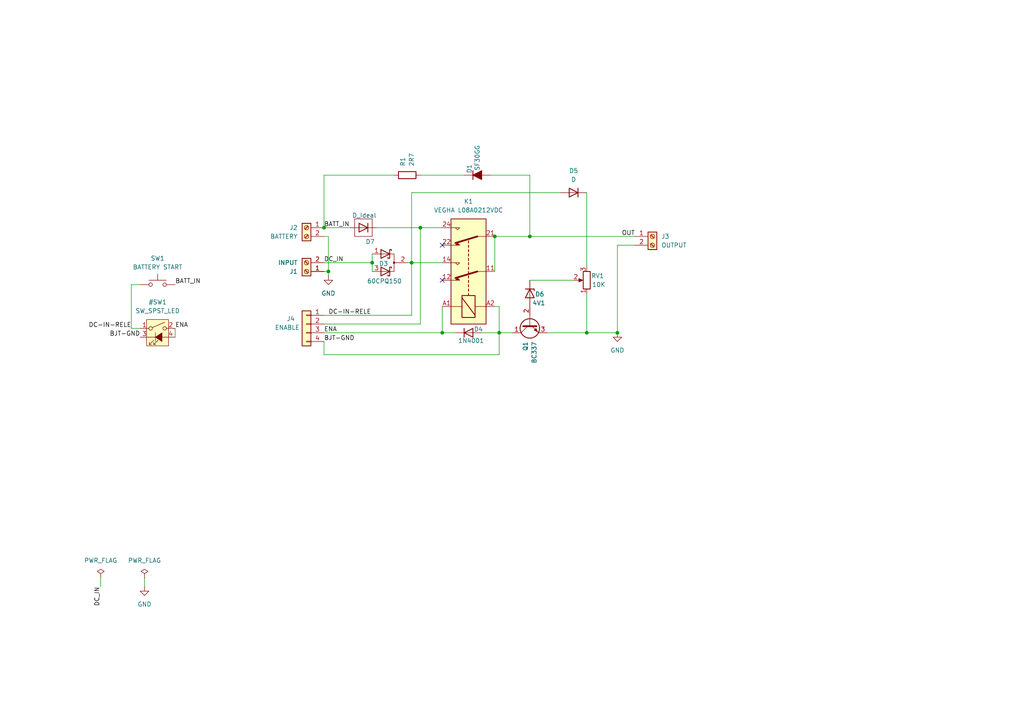
<source format=kicad_sch>
(kicad_sch (version 20250114) (generator "eeschema") (generator_version "9.0")
  (paper "A4")
  (lib_symbols
    (symbol "Connector:Screw_Terminal_01x02" (pin_names (offset 1.016) (hide yes))
      (property "Reference" "J" (at 0 2.54 0))
      (property "Value" "Screw_Terminal_01x02" (at 0 -5.08 0))
      (symbol "Screw_Terminal_01x02_1_1"
        (rectangle (start -1.27 1.27) (end 1.27 -3.81) (stroke (width 0.254)) (fill (type background)))
        (polyline (pts (xy -0.5334 0.3302) (xy 0.3302 -0.508)) (stroke (width 0.1524)))
        (polyline (pts (xy -0.5334 -2.2098) (xy 0.3302 -3.048)) (stroke (width 0.1524)))
        (polyline (pts (xy -0.3556 0.508) (xy 0.508 -0.3302)) (stroke (width 0.1524)))
        (polyline (pts (xy -0.3556 -2.032) (xy 0.508 -2.8702)) (stroke (width 0.1524)))
        (circle (center 0 0) (radius 0.635) (stroke (width 0.1524)))
        (circle (center 0 -2.54) (radius 0.635) (stroke (width 0.1524)))
        (pin passive line (at -5.08 0 0) (length 3.81) (name "Pin_1") (number "1"))
        (pin passive line (at -5.08 -2.54 0) (length 3.81) (name "Pin_2") (number "2"))
      )
    )
    (symbol "Connector_Generic:Conn_01x04" (pin_names (offset 1.016) (hide yes))
      (property "Reference" "J" (at 0 5.08 0))
      (property "Value" "Conn_01x04" (at 0 -7.62 0))
      (symbol "Conn_01x04_1_1"
        (rectangle (start -1.27 3.81) (end 1.27 -6.35) (stroke (width 0.254)) (fill (type background)))
        (rectangle (start -1.27 2.667) (end 0 2.413) (stroke (width 0.1524)))
        (rectangle (start -1.27 0.127) (end 0 -0.127) (stroke (width 0.1524)))
        (rectangle (start -1.27 -2.413) (end 0 -2.667) (stroke (width 0.1524)))
        (rectangle (start -1.27 -4.953) (end 0 -5.207) (stroke (width 0.1524)))
        (pin passive line (at -5.08 2.54 0) (length 3.81) (name "Pin_1") (number "1"))
        (pin passive line (at -5.08 0 0) (length 3.81) (name "Pin_2") (number "2"))
        (pin passive line (at -5.08 -2.54 0) (length 3.81) (name "Pin_3") (number "3"))
        (pin passive line (at -5.08 -5.08 0) (length 3.81) (name "Pin_4") (number "4"))
      )
    )
    (symbol "D_Filled_1" (pin_numbers (hide yes)) (pin_names (offset 1.016) (hide yes))
      (property "Reference" "D" (at 0 2.54 0))
      (property "Value" "D_Filled" (at 0 -2.54 0))
      (symbol "D_Filled_1_0_1"
        (polyline (pts (xy -1.27 1.27) (xy -1.27 -1.27)) (stroke (width 0.254)))
        (polyline (pts (xy 1.27 1.27) (xy 1.27 -1.27) (xy -1.27 0) (xy 1.27 1.27)) (stroke (width 0.254)) (fill (type outline)))
        (polyline (pts (xy 1.27 0) (xy -1.27 0)))
      )
      (symbol "D_Filled_1_1_1"
        (pin passive line (at -3.81 0 0) (length 2.54) (name "K") (number "1"))
        (pin passive line (at 3.81 0 180) (length 2.54) (name "A") (number "2"))
      )
    )
    (symbol "Device:D" (pin_numbers (hide yes)) (pin_names (offset 1.016) (hide yes))
      (property "Reference" "D" (at 0 2.54 0))
      (property "Value" "D" (at 0 -2.54 0))
      (symbol "D_0_1"
        (polyline (pts (xy -1.27 1.27) (xy -1.27 -1.27)) (stroke (width 0.254)))
        (polyline (pts (xy 1.27 1.27) (xy 1.27 -1.27) (xy -1.27 0) (xy 1.27 1.27)) (stroke (width 0.254)))
        (polyline (pts (xy 1.27 0) (xy -1.27 0)))
      )
      (symbol "D_1_1"
        (pin passive line (at -3.81 0 0) (length 2.54) (name "K") (number "1"))
        (pin passive line (at 3.81 0 180) (length 2.54) (name "A") (number "2"))
      )
    )
    (symbol "Device:D_Schottky_Dual_CommonCathode_AKA_Parallel" (pin_names (offset 0.762) (hide yes))
      (property "Reference" "D" (at 0 5.08 0))
      (property "Value" "D_Schottky_Dual_CommonCathode_AKA_Parallel" (at 0 -5.08 0))
      (symbol "D_Schottky_Dual_CommonCathode_AKA_Parallel_0_1"
        (polyline (pts (xy -2.54 3.81) (xy 0 2.54) (xy -2.54 1.27) (xy -2.54 3.81) (xy -2.54 3.81) (xy -2.54 3.81)) (stroke (width 0.254)))
        (polyline (pts (xy -2.54 -1.27) (xy 0 -2.54) (xy -2.54 -3.81) (xy -2.54 -1.27) (xy -2.54 -1.27) (xy -2.54 -1.27)) (stroke (width 0.254)))
        (polyline (pts (xy -2.54 -2.54) (xy 1.27 -2.54) (xy 1.27 2.54) (xy -2.54 2.54)))
        (polyline (pts (xy 0.508 3.556) (xy 0.508 3.81) (xy 0 3.81) (xy 0 1.27) (xy -0.508 1.27) (xy -0.508 1.524)) (stroke (width 0.254)))
        (polyline (pts (xy 0.508 -1.524) (xy 0.508 -1.27) (xy 0 -1.27) (xy 0 -3.81) (xy -0.508 -3.81) (xy -0.508 -3.556)) (stroke (width 0.254)))
        (polyline (pts (xy 1.27 0) (xy 2.54 0)))
        (circle (center 1.27 0) (radius 0.254) (fill (type outline)))
        (pin passive line (at -5.08 2.54 0) (length 2.54) (name "A") (number "1"))
        (pin passive line (at -5.08 -2.54 0) (length 2.54) (name "A") (number "3"))
        (pin passive line (at 5.08 0 180) (length 2.54) (name "K") (number "2"))
      )
    )
    (symbol "Device:D_Zener" (pin_numbers (hide yes)) (pin_names (offset 1.016) (hide yes))
      (property "Reference" "D" (at 0 2.54 0))
      (property "Value" "D_Zener" (at 0 -2.54 0))
      (symbol "D_Zener_0_1"
        (polyline (pts (xy -1.27 -1.27) (xy -1.27 1.27) (xy -0.762 1.27)) (stroke (width 0.254)))
        (polyline (pts (xy 1.27 0) (xy -1.27 0)))
        (polyline (pts (xy 1.27 -1.27) (xy 1.27 1.27) (xy -1.27 0) (xy 1.27 -1.27)) (stroke (width 0.254)))
      )
      (symbol "D_Zener_1_1"
        (pin passive line (at -3.81 0 0) (length 2.54) (name "K") (number "1"))
        (pin passive line (at 3.81 0 180) (length 2.54) (name "A") (number "2"))
      )
    )
    (symbol "Device:R" (pin_numbers (hide yes)) (pin_names (offset 0))
      (property "Reference" "R" (at 2.032 0 90))
      (property "Value" "R" (at 0 0 90))
      (symbol "R_0_1"
        (rectangle (start -1.016 -2.54) (end 1.016 2.54) (stroke (width 0.254)))
      )
      (symbol "R_1_1"
        (pin passive line (at 0 3.81 270) (length 1.27) (name "~") (number "1"))
        (pin passive line (at 0 -3.81 90) (length 1.27) (name "~") (number "2"))
      )
    )
    (symbol "Device:R_Potentiometer" (pin_names (offset 1.016) (hide yes))
      (property "Reference" "RV" (at -4.445 0 90))
      (property "Value" "R_Potentiometer" (at -2.54 0 90))
      (symbol "R_Potentiometer_0_1"
        (rectangle (start 1.016 2.54) (end -1.016 -2.54) (stroke (width 0.254)))
        (polyline (pts (xy 1.143 0) (xy 2.286 0.508) (xy 2.286 -0.508) (xy 1.143 0)) (fill (type outline)))
        (polyline (pts (xy 2.54 0) (xy 1.524 0)))
      )
      (symbol "R_Potentiometer_1_1"
        (pin passive line (at 0 3.81 270) (length 1.27) (name "1") (number "1"))
        (pin passive line (at 0 -3.81 90) (length 1.27) (name "3") (number "3"))
        (pin passive line (at 3.81 0 180) (length 1.27) (name "2") (number "2"))
      )
    )
    (symbol "IK5PWC:D_Ideal_no_gnd" (pin_numbers (hide yes)) (pin_names (offset 1.016) (hide yes))
      (property "Reference" "D" (at 0 5.08 0))
      (property "Value" "D_Ideal" (at 6.604 -1.778 0))
      (symbol "D_Ideal_no_gnd_0_1"
        (rectangle (start -2.54 2.54) (end 2.54 -2.54))
        (polyline (pts (xy -1.27 1.27) (xy -1.27 -1.27)) (stroke (width 0.254)))
        (polyline (pts (xy 1.27 1.27) (xy 1.27 -1.27) (xy -1.27 0) (xy 1.27 1.27)) (stroke (width 0.254)))
        (polyline (pts (xy 1.27 0) (xy -1.27 0)))
      )
      (symbol "D_Ideal_no_gnd_1_1"
        (pin passive line (at -3.81 0 0) (length 2.54) (name "K") (number "1"))
        (pin passive line (at 3.81 0 180) (length 2.54) (name "A") (number "2"))
      )
    )
    (symbol "Relay:Relay_DPDT"
      (property "Reference" "K" (at 16.51 3.81 0))
      (property "Value" "Relay_DPDT" (at 16.51 1.27 0))
      (symbol "Relay_DPDT_0_1"
        (rectangle (start -15.24 5.08) (end 15.24 -5.08) (stroke (width 0.254)) (fill (type background)))
        (rectangle (start -13.335 1.905) (end -6.985 -1.905) (stroke (width 0.254)))
        (polyline (pts (xy -12.7 -1.905) (xy -7.62 1.905)) (stroke (width 0.254)))
        (polyline (pts (xy -10.16 5.08) (xy -10.16 1.905)))
        (polyline (pts (xy -10.16 -5.08) (xy -10.16 -1.905)))
        (polyline (pts (xy -6.985 0) (xy -6.35 0)) (stroke (width 0.254)))
        (polyline (pts (xy -5.715 0) (xy -5.08 0)) (stroke (width 0.254)))
        (polyline (pts (xy -4.445 0) (xy -3.81 0)) (stroke (width 0.254)))
        (polyline (pts (xy -3.175 0) (xy -2.54 0)) (stroke (width 0.254)))
        (polyline (pts (xy -2.54 5.08) (xy -2.54 2.54) (xy -1.905 3.175) (xy -2.54 3.81)) (fill (type outline)))
        (polyline (pts (xy -1.905 0) (xy -1.27 0)) (stroke (width 0.254)))
        (polyline (pts (xy -0.635 0) (xy 0 0)) (stroke (width 0.254)))
        (polyline (pts (xy 0 -2.54) (xy -1.905 3.81)) (stroke (width 0.508)))
        (polyline (pts (xy 0 -2.54) (xy 0 -5.08)))
        (polyline (pts (xy 0.635 0) (xy 1.27 0)) (stroke (width 0.254)))
        (polyline (pts (xy 1.905 0) (xy 2.54 0)) (stroke (width 0.254)))
        (polyline (pts (xy 2.54 5.08) (xy 2.54 2.54) (xy 1.905 3.175) (xy 2.54 3.81)))
        (polyline (pts (xy 3.175 0) (xy 3.81 0)) (stroke (width 0.254)))
        (polyline (pts (xy 4.445 0) (xy 5.08 0)) (stroke (width 0.254)))
        (polyline (pts (xy 5.715 0) (xy 6.35 0)) (stroke (width 0.254)))
        (polyline (pts (xy 6.985 0) (xy 7.62 0)) (stroke (width 0.254)))
        (polyline (pts (xy 7.62 5.08) (xy 7.62 2.54) (xy 8.255 3.175) (xy 7.62 3.81)) (fill (type outline)))
        (polyline (pts (xy 8.255 0) (xy 8.89 0)) (stroke (width 0.254)))
        (polyline (pts (xy 10.16 -2.54) (xy 8.255 3.81)) (stroke (width 0.508)))
        (polyline (pts (xy 10.16 -2.54) (xy 10.16 -5.08)))
        (polyline (pts (xy 12.7 5.08) (xy 12.7 2.54) (xy 12.065 3.175) (xy 12.7 3.81)))
      )
      (symbol "Relay_DPDT_1_1"
        (pin passive line (at -10.16 7.62 270) (length 2.54) (name "~") (number "A1"))
        (pin passive line (at -10.16 -7.62 90) (length 2.54) (name "~") (number "A2"))
        (pin passive line (at -2.54 7.62 270) (length 2.54) (name "~") (number "12"))
        (pin passive line (at 0 -7.62 90) (length 2.54) (name "~") (number "11"))
        (pin passive line (at 2.54 7.62 270) (length 2.54) (name "~") (number "14"))
        (pin passive line (at 7.62 7.62 270) (length 2.54) (name "~") (number "22"))
        (pin passive line (at 10.16 -7.62 90) (length 2.54) (name "~") (number "21"))
        (pin passive line (at 12.7 7.62 270) (length 2.54) (name "~") (number "24"))
      )
    )
    (symbol "Switch:SW_Push" (pin_numbers (hide yes)) (pin_names (offset 1.016) (hide yes))
      (property "Reference" "SW" (at 1.27 2.54 0))
      (property "Value" "SW_Push" (at 0 -1.524 0))
      (symbol "SW_Push_0_1"
        (circle (center -2.032 0) (radius 0.508))
        (polyline (pts (xy 0 1.27) (xy 0 3.048)))
        (circle (center 2.032 0) (radius 0.508))
        (polyline (pts (xy 2.54 1.27) (xy -2.54 1.27)))
        (pin passive line (at -5.08 0 0) (length 2.54) (name "1") (number "1"))
        (pin passive line (at 5.08 0 180) (length 2.54) (name "2") (number "2"))
      )
    )
    (symbol "Switch:SW_SPST_LED" (pin_names (offset 1.016) (hide yes))
      (property "Reference" "SW" (at 0 6.35 0))
      (property "Value" "SW_SPST_LED" (at 0 -3.81 0))
      (symbol "SW_SPST_LED_0_0"
        (polyline (pts (xy -2.54 0) (xy 2.54 0)))
        (polyline (pts (xy -2.413 -1.524) (xy -2.413 -2.159) (xy -1.778 -2.159)))
        (polyline (pts (xy -2.413 -2.159) (xy -1.143 -0.889)))
        (polyline (pts (xy -1.143 -1.524) (xy -1.143 -2.159) (xy -0.508 -2.159)))
        (polyline (pts (xy -1.143 -2.159) (xy 0.127 -0.889)))
        (polyline (pts (xy -0.635 1.27) (xy -0.635 -1.27)))
        (polyline (pts (xy -0.635 0) (xy 1.27 1.27) (xy 1.27 -1.27) (xy -0.635 0)) (fill (type outline)))
      )
      (symbol "SW_SPST_LED_0_1"
        (circle (center -2.032 2.54) (radius 0.508))
        (polyline (pts (xy -1.524 2.794) (xy 2.032 4.318)))
        (circle (center 2.032 2.54) (radius 0.508))
        (pin passive line (at -5.08 2.54 0) (length 2.54) (name "1") (number "1"))
        (pin passive line (at -5.08 0 0) (length 2.54) (name "K") (number "3"))
        (pin passive line (at 5.08 2.54 180) (length 2.54) (name "2") (number "2"))
        (pin passive line (at 5.08 0 180) (length 2.54) (name "A") (number "4"))
      )
      (symbol "SW_SPST_LED_1_1"
        (rectangle (start -3.175 5.08) (end 3.175 -2.54) (fill (type background)))
      )
    )
    (symbol "Transistor_BJT:BC337" (pin_names (offset 0) (hide yes))
      (property "Reference" "Q" (at 5.08 1.905 0))
      (property "Value" "BC337" (at 5.08 0 0))
      (symbol "BC337_0_1"
        (polyline (pts (xy -2.54 0) (xy 0.635 0)))
        (polyline (pts (xy 0.635 1.905) (xy 0.635 -1.905)) (stroke (width 0.508)))
        (circle (center 1.27 0) (radius 2.8194) (stroke (width 0.254)))
      )
      (symbol "BC337_1_1"
        (polyline (pts (xy 0.635 0.635) (xy 2.54 2.54)))
        (polyline (pts (xy 0.635 -0.635) (xy 2.54 -2.54)))
        (polyline (pts (xy 1.27 -1.778) (xy 1.778 -1.27) (xy 2.286 -2.286) (xy 1.27 -1.778)) (fill (type outline)))
        (pin input line (at -5.08 0 0) (length 2.54) (name "B") (number "2"))
        (pin passive line (at 2.54 5.08 270) (length 2.54) (name "C") (number "1"))
        (pin passive line (at 2.54 -5.08 90) (length 2.54) (name "E") (number "3"))
      )
    )
    (symbol "power:GND" (power) (pin_numbers (hide yes)) (pin_names (offset 0) (hide yes))
      (property "Value" "GND" (at 0 -3.81 0))
      (symbol "GND_0_1"
        (polyline (pts (xy 0 0) (xy 0 -1.27) (xy 1.27 -1.27) (xy 0 -2.54) (xy -1.27 -1.27) (xy 0 -1.27)))
      )
      (symbol "GND_1_1"
        (pin power_in line (at 0 0 270) (length 0) (name "~") (number "1"))
      )
    )
    (symbol "power:PWR_FLAG" (power) (pin_numbers (hide yes)) (pin_names (offset 0) (hide yes))
      (property "Value" "PWR_FLAG" (at 0 3.81 0))
      (symbol "PWR_FLAG_0_0"
        (pin power_out line (at 0 0 90) (length 0) (name "~") (number "1"))
      )
      (symbol "PWR_FLAG_0_1"
        (polyline (pts (xy 0 0) (xy 0 1.27) (xy -1.016 1.905) (xy 0 2.54) (xy 1.016 1.905) (xy 0 1.27)))
      )
    )
  )
  (junction (at 179.07 96.52))
  (junction (at 170.18 96.52))
  (junction (at 153.67 68.58))
  (junction (at 143.51 68.58))
  (junction (at 119.38 76.2))
  (junction (at 107.95 76.2))
  (junction (at 121.92 66.04))
  (junction (at 93.98 66.04))
  (junction (at 128.27 96.52))
  (junction (at 95.25 78.74))
  (junction (at 144.78 96.52))
  (no_connect (at 128.27 81.28))
  (no_connect (at 128.27 71.12))
  (wire (pts (xy 107.95 73.66) (xy 107.95 76.2)))
  (wire (pts (xy 93.98 68.58) (xy 95.25 68.58)))
  (wire (pts (xy 50.8 95.25) (xy 50.8 97.79)))
  (wire (pts (xy 109.22 66.04) (xy 121.92 66.04)))
  (wire (pts (xy 40.64 82.55) (xy 38.1 82.55)))
  (wire (pts (xy 93.98 50.8) (xy 93.98 66.04)))
  (wire (pts (xy 119.38 55.88) (xy 119.38 76.2)))
  (wire (pts (xy 153.67 68.58) (xy 184.15 68.58)))
  (wire (pts (xy 93.98 102.87) (xy 93.98 99.06)))
  (wire (pts (xy 128.27 88.9) (xy 128.27 96.52)))
  (wire (pts (xy 93.98 76.2) (xy 107.95 76.2)))
  (wire (pts (xy 95.25 78.74) (xy 95.25 68.58)))
  (wire (pts (xy 121.92 50.8) (xy 134.62 50.8)))
  (wire (pts (xy 179.07 71.12) (xy 179.07 96.52)))
  (wire (pts (xy 158.75 96.52) (xy 170.18 96.52)))
  (wire (pts (xy 121.92 93.98) (xy 121.92 66.04)))
  (wire (pts (xy 139.7 96.52) (xy 144.78 96.52)))
  (wire (pts (xy 170.18 96.52) (xy 179.07 96.52)))
  (wire (pts (xy 170.18 55.88) (xy 170.18 77.47)))
  (wire (pts (xy 144.78 88.9) (xy 144.78 96.52)))
  (wire (pts (xy 153.67 50.8) (xy 153.67 68.58)))
  (wire (pts (xy 121.92 66.04) (xy 128.27 66.04)))
  (wire (pts (xy 142.24 50.8) (xy 153.67 50.8)))
  (wire (pts (xy 143.51 68.58) (xy 153.67 68.58)))
  (wire (pts (xy 38.1 95.25) (xy 40.64 95.25)))
  (wire (pts (xy 162.56 55.88) (xy 119.38 55.88)))
  (wire (pts (xy 93.98 50.8) (xy 114.3 50.8)))
  (wire (pts (xy 93.98 96.52) (xy 128.27 96.52)))
  (wire (pts (xy 144.78 96.52) (xy 144.78 102.87)))
  (wire (pts (xy 118.11 76.2) (xy 119.38 76.2)))
  (wire (pts (xy 119.38 76.2) (xy 128.27 76.2)))
  (wire (pts (xy 170.18 85.09) (xy 170.18 96.52)))
  (wire (pts (xy 144.78 96.52) (xy 148.59 96.52)))
  (wire (pts (xy 93.98 78.74) (xy 95.25 78.74)))
  (wire (pts (xy 29.21 167.64) (xy 29.21 170.18)))
  (wire (pts (xy 153.67 81.28) (xy 166.37 81.28)))
  (wire (pts (xy 128.27 96.52) (xy 132.08 96.52)))
  (wire (pts (xy 143.51 68.58) (xy 143.51 78.74)))
  (wire (pts (xy 107.95 76.2) (xy 107.95 78.74)))
  (wire (pts (xy 144.78 102.87) (xy 93.98 102.87)))
  (wire (pts (xy 93.98 91.44) (xy 119.38 91.44)))
  (wire (pts (xy 95.25 78.74) (xy 95.25 80.01)))
  (wire (pts (xy 93.98 66.04) (xy 101.6 66.04)))
  (wire (pts (xy 41.91 167.64) (xy 41.91 170.18)))
  (wire (pts (xy 143.51 88.9) (xy 144.78 88.9)))
  (wire (pts (xy 93.98 93.98) (xy 121.92 93.98)))
  (wire (pts (xy 179.07 71.12) (xy 184.15 71.12)))
  (wire (pts (xy 38.1 82.55) (xy 38.1 95.25)))
  (wire (pts (xy 119.38 76.2) (xy 119.38 91.44)))
  (label "BJT-GND" (at 93.98 99.06 0))
  (label "OUT" (at 184.15 68.58 180))
  (label "ENA" (at 50.8 95.25 0))
  (label "BATT_IN" (at 50.8 82.55 0))
  (label "BATT_IN" (at 93.98 66.04 0))
  (label "DC_IN" (at 93.98 76.2 0))
  (label "ENA" (at 93.98 96.52 0))
  (label "DC-IN-RELE" (at 38.1 95.25 180))
  (label "DC-IN-RELE" (at 95.25 91.44 0))
  (label "BJT-GND" (at 40.64 97.79 180))
  (label "DC_IN" (at 29.21 170.18 270))
  (symbol (lib_id "Device:D_Zener") (at 153.67 85.09 270) (unit 1)
    (property "Reference" "D6" (at 155.194 85.344 90) (effects (justify left)))
    (property "Value" "4V1" (at 154.432 87.884 90) (effects (justify left)))
    (property "Footprint" "Diode_THT:D_DO-35_SOD27_P7.62mm_Horizontal" (effects (hide yes)))
    (property "Description" "Zener diode" (effects (hide yes)))
  )
  (symbol (lib_id "power:PWR_FLAG") (at 29.21 167.64 0) (unit 1)
    (property "Reference" "#FLG1" (effects (hide yes)))
    (property "Value" "PWR_FLAG" (at 29.21 162.56 0))
    (property "Description" "Special symbol for telling ERC where power comes from" (effects (hide yes)))
  )
  (symbol (lib_id "Connector:Screw_Terminal_01x02") (at 88.9 66.04 0) (mirror y) (unit 1)
    (property "Reference" "J2" (at 86.36 66.0399 0) (effects (justify left)))
    (property "Value" "BATTERY" (at 86.36 68.5799 0) (effects (justify left)))
    (property "Footprint" "IK5PWC:Mammooth_4mm" (effects (hide yes)))
    (property "Description" "Generic screw terminal, single row, 01x02, script generated (kicad-library-utils/schlib/autogen/connector/)" (effects (hide yes)))
  )
  (symbol (lib_id "Switch:SW_SPST_LED") (at 45.72 97.79 0) (unit 1)
    (property "Reference" "#SW1" (at 45.72 87.63 0))
    (property "Value" "SW_SPST_LED" (at 45.72 90.17 0))
    (property "Description" "Single Pole Single Throw (SPST) switch with LED, generic" (effects (hide yes)))
  )
  (symbol (lib_id "Transistor_BJT:BC337") (at 153.67 93.98 90) (mirror x) (unit 1)
    (property "Reference" "Q1" (at 152.3999 99.06 0) (effects (justify left)))
    (property "Value" "BC337" (at 154.9399 99.06 0) (effects (justify left)))
    (property "Footprint" "Package_TO_SOT_THT:TO-92_Inline_Wide" (effects (hide yes)))
    (property "Datasheet" "https://diotec.com/tl_files/diotec/files/pdf/datasheets/bc337.pdf" (effects (hide yes)))
    (property "Description" "0.8A Ic, 45V Vce, NPN Transistor, TO-92" (effects (hide yes)))
    (property "Sim.Library" "./" (effects (hide yes)))
    (property "Sim.Device" "NPN" (effects (hide yes)))
    (property "Sim.Type" "GUMMELPOON" (effects (hide yes)))
    (property "Sim.Pins" "1=C 2=B 3=E" (effects (hide yes)))
  )
  (symbol (lib_id "power:GND") (at 95.25 80.01 0) (unit 1)
    (property "Reference" "#PWR4" (effects (hide yes)))
    (property "Value" "GND" (at 95.25 85.09 0))
    (property "Description" "Power symbol creates a global label with name \"GND\" , ground" (effects (hide yes)))
  )
  (symbol (lib_id "Device:D") (at 166.37 55.88 180) (unit 1)
    (property "Reference" "D5" (at 166.37 49.53 0))
    (property "Value" "D" (at 166.37 52.07 0))
    (property "Footprint" "Diode_THT:D_DO-41_SOD81_P10.16mm_Horizontal" (effects (hide yes)))
    (property "Description" "Diode" (effects (hide yes)))
    (property "Sim.Device" "D" (effects (hide yes)))
    (property "Sim.Pins" "1=K 2=A" (effects (hide yes)))
  )
  (symbol (lib_id "Connector_Generic:Conn_01x04") (at 88.9 93.98 0) (mirror y) (unit 1)
    (property "Reference" "J4" (at 84.328 92.456 0))
    (property "Value" "ENABLE" (at 83.312 94.996 0))
    (property "Footprint" "Connector_JST:JST_EH_B4B-EH-A_1x04_P2.50mm_Vertical" (effects (hide yes)))
    (property "Description" "Generic connector, single row, 01x04, script generated (kicad-library-utils/schlib/autogen/connector/)" (effects (hide yes)))
  )
  (symbol (lib_id "power:GND") (at 179.07 96.52 0) (unit 1)
    (property "Reference" "#PWR6" (effects (hide yes)))
    (property "Value" "GND" (at 179.07 101.6 0))
    (property "Description" "Power symbol creates a global label with name \"GND\" , ground" (effects (hide yes)))
  )
  (symbol (lib_id "Relay:Relay_DPDT") (at 135.89 78.74 90) (unit 1)
    (property "Reference" "K1" (at 135.89 58.42 90))
    (property "Value" "VEGHA L08A0212VDC" (at 135.89 60.96 90))
    (property "Footprint" "IK5PWC:VEGhA L08 12V dc" (effects (hide yes)))
    (property "Description" "Relay DPDT, monostable, EN50005" (effects (hide yes)))
  )
  (symbol (lib_id "Connector:Screw_Terminal_01x02") (at 189.23 68.58 0) (unit 1)
    (property "Reference" "J3" (at 191.77 68.5799 0) (effects (justify left)))
    (property "Value" "OUTPUT" (at 191.77 71.1199 0) (effects (justify left)))
    (property "Footprint" "IK5PWC:Mammooth_4mm" (effects (hide yes)))
    (property "Description" "Generic screw terminal, single row, 01x02, script generated (kicad-library-utils/schlib/autogen/connector/)" (effects (hide yes)))
  )
  (symbol (lib_id "power:PWR_FLAG") (at 41.91 167.64 0) (unit 1)
    (property "Reference" "#FLG2" (effects (hide yes)))
    (property "Value" "PWR_FLAG" (at 41.91 162.56 0))
    (property "Description" "Special symbol for telling ERC where power comes from" (effects (hide yes)))
  )
  (symbol (lib_id "Connector:Screw_Terminal_01x02") (at 88.9 78.74 180) (unit 1)
    (property "Reference" "J1" (at 86.36 78.7401 0) (effects (justify left)))
    (property "Value" "INPUT" (at 86.36 76.2001 0) (effects (justify left)))
    (property "Footprint" "IK5PWC:Mammooth_4mm" (effects (hide yes)))
    (property "Description" "Generic screw terminal, single row, 01x02, script generated (kicad-library-utils/schlib/autogen/connector/)" (effects (hide yes)))
  )
  (symbol (lib_id "Device:R") (at 118.11 50.8 90) (unit 1)
    (property "Reference" "R1" (at 116.8399 48.26 0) (effects (justify left)))
    (property "Value" "2R7" (at 119.3799 48.26 0) (effects (justify left)))
    (property "Footprint" "Resistor_THT:R_Axial_Power_L48.0mm_W12.5mm_P55.88mm" (effects (hide yes)))
    (property "Description" "Resistor" (effects (hide yes)))
  )
  (symbol (lib_id "IK5PWC:D_Ideal_no_gnd") (at 105.41 66.04 0) (mirror y) (unit 1)
    (property "Reference" "D7" (at 108.712 70.104 0) (effects (justify left)))
    (property "Value" "D_Ideal" (at 109.22 62.484 0) (effects (justify left)))
    (property "Footprint" "IK5PWC:D_IDEAL_no_GND" (effects (hide yes)))
    (property "Description" "Diode" (effects (hide yes)))
    (property "Sim.Device" "D" (effects (hide yes)))
    (property "Sim.Pins" "1=K 2=A 3=GND" (effects (hide yes)))
  )
  (symbol (lib_name "D_Filled_1") (lib_id "Device:D_Filled") (at 138.43 50.8 0) (unit 1)
    (property "Reference" "D1" (at 136.144 50.292 90) (effects (justify left)))
    (property "Value" "SF30GG" (at 138.43 49.53 90) (effects (justify left)))
    (property "Footprint" "Diode_THT:D_DO-201AD_P15.24mm_Horizontal" (effects (hide yes)))
    (property "Description" "Diode, filled shape" (effects (hide yes)))
    (property "Sim.Device" "D" (effects (hide yes)))
    (property "Sim.Pins" "1=K 2=A" (effects (hide yes)))
  )
  (symbol (lib_id "Device:D_Schottky_Dual_CommonCathode_AKA_Parallel") (at 113.03 76.2 0) (unit 1)
    (property "Reference" "D3" (at 111.252 76.454 0))
    (property "Value" "60CPQ150" (at 111.506 81.534 0))
    (property "Footprint" "Package_TO_SOT_THT:TO-247-3_Vertical" (effects (hide yes)))
    (property "Description" "Dual Schottky diode, common anode on pin 1" (effects (hide yes)))
  )
  (symbol (lib_id "Switch:SW_Push") (at 45.72 82.55 0) (unit 1)
    (property "Reference" "SW1" (at 45.72 74.93 0))
    (property "Value" "BATTERY START" (at 45.72 77.47 0))
    (property "Description" "Push button switch, generic, two pins" (effects (hide yes)))
  )
  (symbol (lib_id "power:GND") (at 41.91 170.18 0) (unit 1)
    (property "Reference" "#PWR2" (effects (hide yes)))
    (property "Value" "GND" (at 41.91 175.26 0))
    (property "Description" "Power symbol creates a global label with name \"GND\" , ground" (effects (hide yes)))
  )
  (symbol (lib_id "Device:D") (at 135.89 96.52 0) (unit 1)
    (property "Reference" "D4" (at 137.414 95.504 0) (effects (justify left)))
    (property "Value" "1N4001" (at 132.842 98.806 0) (effects (justify left)))
    (property "Footprint" "Diode_THT:D_A-405_P10.16mm_Horizontal" (effects (hide yes)))
    (property "Description" "Diode" (effects (hide yes)))
    (property "Sim.Device" "D" (effects (hide yes)))
    (property "Sim.Pins" "1=K 2=A" (effects (hide yes)))
  )
  (symbol (lib_id "Device:R_Potentiometer") (at 170.18 81.28 180) (unit 1)
    (property "Reference" "RV1" (at 171.45 80.01 0) (effects (justify right)))
    (property "Value" "10K" (at 171.704 82.55 0) (effects (justify right)))
    (property "Footprint" "Potentiometer_THT:Potentiometer_Vishay_T93YA_Vertical" (effects (hide yes)))
    (property "Description" "Potentiometer" (effects (hide yes)))
  )
)
</source>
